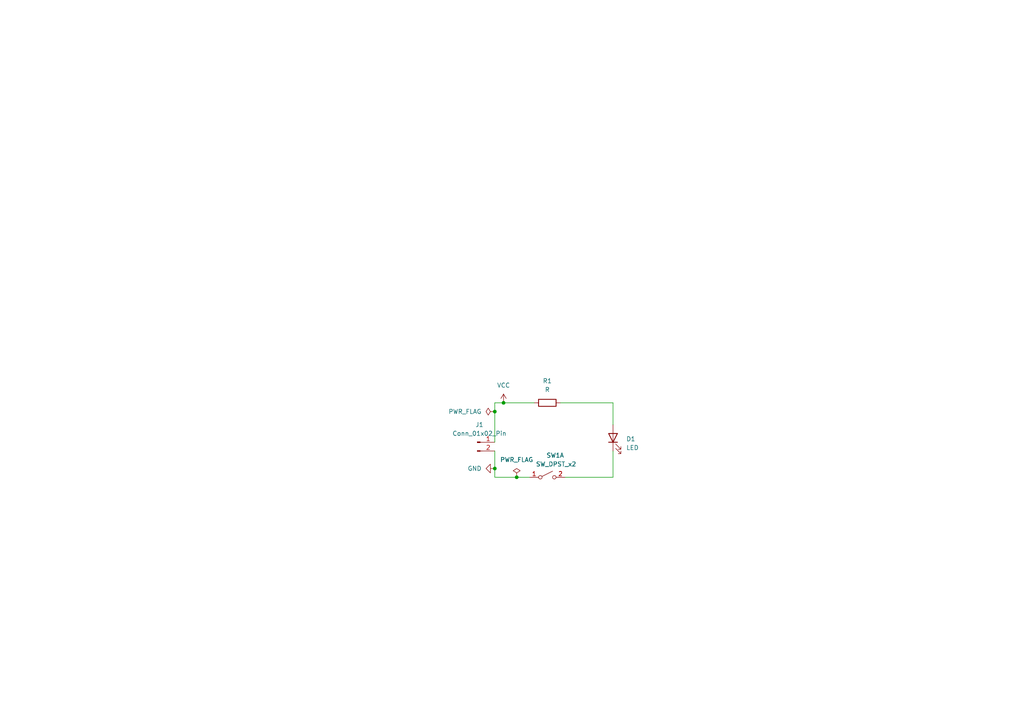
<source format=kicad_sch>
(kicad_sch (version 20231120) (generator "eeschema") (generator_version "8.0")
  (paper "A4")
  (lib_symbols
    (symbol "Connector:Conn_01x02_Pin" (pin_names (offset 1.016) hide)
      (property "Reference" "J" (at 0 2.54 0))
      (property "Value" "Conn_01x02_Pin" (at 0 -5.08 0))
      (symbol "Conn_01x02_Pin_1_1"
        (polyline (pts (xy 1.27 -2.54) (xy 0.8636 -2.54)) (stroke (width 0.1524)))
        (polyline (pts (xy 1.27 0) (xy 0.8636 0)) (stroke (width 0.1524)))
        (rectangle (start 0.8636 -2.413) (end 0 -2.667) (stroke (width 0.1524)) (fill (type outline)))
        (rectangle (start 0.8636 0.127) (end 0 -0.127) (stroke (width 0.1524)) (fill (type outline)))
        (pin passive line (at 5.08 0 180) (length 3.81) (name "Pin_1") (number "1"))
        (pin passive line (at 5.08 -2.54 180) (length 3.81) (name "Pin_2") (number "2"))
      )
    )
    (symbol "Device:LED" (pin_numbers hide) (pin_names (offset 1.016) hide)
      (property "Reference" "D" (at 0 2.54 0))
      (property "Value" "LED" (at 0 -2.54 0))
      (symbol "LED_0_1"
        (polyline (pts (xy -1.27 -1.27) (xy -1.27 1.27)) (stroke (width 0.254)))
        (polyline (pts (xy -1.27 0) (xy 1.27 0)))
        (polyline (pts (xy 1.27 -1.27) (xy 1.27 1.27) (xy -1.27 0) (xy 1.27 -1.27)) (stroke (width 0.254)))
        (polyline (pts (xy -3.048 -0.762) (xy -4.572 -2.286) (xy -3.81 -2.286) (xy -4.572 -2.286) (xy -4.572 -1.524)))
        (polyline (pts (xy -1.778 -0.762) (xy -3.302 -2.286) (xy -2.54 -2.286) (xy -3.302 -2.286) (xy -3.302 -1.524)))
      )
      (symbol "LED_1_1"
        (pin passive line (at -3.81 0 0) (length 2.54) (name "K") (number "1"))
        (pin passive line (at 3.81 0 180) (length 2.54) (name "A") (number "2"))
      )
    )
    (symbol "Device:R" (pin_numbers hide) (pin_names (offset 0))
      (property "Reference" "R" (at 2.032 0 90))
      (property "Value" "R" (at 0 0 90))
      (symbol "R_0_1"
        (rectangle (start -1.016 -2.54) (end 1.016 2.54) (stroke (width 0.254)))
      )
      (symbol "R_1_1"
        (pin passive line (at 0 3.81 270) (length 1.27) (name "~") (number "1"))
        (pin passive line (at 0 -3.81 90) (length 1.27) (name "~") (number "2"))
      )
    )
    (symbol "Switch:SW_DPST_x2" (pin_names (offset 0) hide)
      (property "Reference" "SW" (at 0 3.175 0))
      (property "Value" "SW_DPST_x2" (at 0 -2.54 0))
      (symbol "SW_DPST_x2_0_0"
        (circle (center -2.032 0) (radius 0.508))
        (polyline (pts (xy -1.524 0.254) (xy 1.524 1.778)))
        (circle (center 2.032 0) (radius 0.508))
      )
      (symbol "SW_DPST_x2_1_1"
        (pin passive line (at -5.08 0 0) (length 2.54) (name "A") (number "1"))
        (pin passive line (at 5.08 0 180) (length 2.54) (name "B") (number "2"))
      )
      (symbol "SW_DPST_x2_2_1"
        (pin passive line (at -5.08 0 0) (length 2.54) (name "A") (number "3"))
        (pin passive line (at 5.08 0 180) (length 2.54) (name "B") (number "4"))
      )
    )
    (symbol "power:GND" (power) (pin_numbers hide) (pin_names (offset 0) hide)
      (property "Value" "GND" (at 0 -3.81 0))
      (symbol "GND_0_1"
        (polyline (pts (xy 0 0) (xy 0 -1.27) (xy 1.27 -1.27) (xy 0 -2.54) (xy -1.27 -1.27) (xy 0 -1.27)))
      )
      (symbol "GND_1_1"
        (pin power_in line (at 0 0 270) (length 0) (name "~") (number "1"))
      )
    )
    (symbol "power:PWR_FLAG" (power) (pin_numbers hide) (pin_names (offset 0) hide)
      (property "Value" "PWR_FLAG" (at 0 3.81 0))
      (symbol "PWR_FLAG_0_0"
        (pin power_out line (at 0 0 90) (length 0) (name "~") (number "1"))
      )
      (symbol "PWR_FLAG_0_1"
        (polyline (pts (xy 0 0) (xy 0 1.27) (xy -1.016 1.905) (xy 0 2.54) (xy 1.016 1.905) (xy 0 1.27)))
      )
    )
    (symbol "power:VCC" (power) (pin_numbers hide) (pin_names (offset 0) hide)
      (property "Value" "VCC" (at 0 3.556 0))
      (symbol "VCC_0_1"
        (polyline (pts (xy -0.762 1.27) (xy 0 2.54)))
        (polyline (pts (xy 0 0) (xy 0 2.54)))
        (polyline (pts (xy 0 2.54) (xy 0.762 1.27)))
      )
      (symbol "VCC_1_1"
        (pin power_in line (at 0 0 90) (length 0) (name "~") (number "1"))
      )
    )
  )
  (junction (at 143.51 119.38))
  (junction (at 143.51 135.89))
  (junction (at 146.05 116.84))
  (junction (at 149.86 138.43))
  (wire (pts (xy 143.51 138.43) (xy 143.51 135.89)))
  (wire (pts (xy 143.51 135.89) (xy 143.51 130.81)))
  (wire (pts (xy 177.8 130.81) (xy 177.8 138.43)))
  (wire (pts (xy 143.51 119.38) (xy 143.51 116.84)))
  (wire (pts (xy 143.51 116.84) (xy 146.05 116.84)))
  (wire (pts (xy 149.86 138.43) (xy 153.67 138.43)))
  (wire (pts (xy 146.05 116.84) (xy 154.94 116.84)))
  (wire (pts (xy 162.56 116.84) (xy 177.8 116.84)))
  (wire (pts (xy 163.83 138.43) (xy 177.8 138.43)))
  (wire (pts (xy 177.8 116.84) (xy 177.8 123.19)))
  (wire (pts (xy 143.51 128.27) (xy 143.51 119.38)))
  (wire (pts (xy 149.86 138.43) (xy 143.51 138.43)))
  (symbol (lib_id "power:GND") (at 143.51 135.89 270) (unit 1)
    (property "Reference" "#PWR02" (effects (hide yes)))
    (property "Value" "GND" (at 139.7 135.8899 90) (effects (justify right)))
    (property "Description" "Power symbol creates a global label with name \"GND\" , ground" (effects (hide yes)))
  )
  (symbol (lib_id "power:VCC") (at 146.05 116.84 0) (unit 1)
    (property "Reference" "#PWR01" (effects (hide yes)))
    (property "Value" "VCC" (at 146.05 111.76 0))
    (property "Description" "Power symbol creates a global label with name \"VCC\"" (effects (hide yes)))
  )
  (symbol (lib_id "Connector:Conn_01x02_Pin") (at 138.43 128.27 0) (unit 1)
    (property "Reference" "J1" (at 139.065 123.19 0))
    (property "Value" "Conn_01x02_Pin" (at 139.065 125.73 0))
    (property "Footprint" "Connector_PinHeader_2.54mm:PinHeader_1x02_P2.54mm_Vertical" (effects (hide yes)))
    (property "Description" "Generic connector, single row, 01x02, script generated" (effects (hide yes)))
  )
  (symbol (lib_id "power:PWR_FLAG") (at 149.86 138.43 0) (unit 1)
    (property "Reference" "#FLG02" (effects (hide yes)))
    (property "Value" "PWR_FLAG" (at 149.86 133.35 0))
    (property "Description" "Special symbol for telling ERC where power comes from" (effects (hide yes)))
  )
  (symbol (lib_id "Device:LED") (at 177.8 127 90) (unit 1)
    (property "Reference" "D1" (at 181.61 127.3174 90) (effects (justify right)))
    (property "Value" "LED" (at 181.61 129.8574 90) (effects (justify right)))
    (property "Footprint" "LED_THT:LED_D5.0mm" (effects (hide yes)))
    (property "Description" "Light emitting diode" (effects (hide yes)))
  )
  (symbol (lib_id "Switch:SW_DPST_x2") (at 158.75 138.43 0) (unit 1)
    (property "Reference" "SW1" (at 161.036 132.08 0))
    (property "Value" "SW_DPST_x2" (at 161.29 134.62 0))
    (property "Footprint" "Connector_PinHeader_2.54mm:PinHeader_1x03_P2.54mm_Vertical" (effects (hide yes)))
    (property "Description" "Single Pole Single Throw (SPST) switch, separate symbol" (effects (hide yes)))
  )
  (symbol (lib_id "Device:R") (at 158.75 116.84 90) (unit 1)
    (property "Reference" "R1" (at 158.75 110.49 90))
    (property "Value" "R" (at 158.75 113.03 90))
    (property "Footprint" "Resistor_THT:R_Axial_DIN0207_L6.3mm_D2.5mm_P7.62mm_Horizontal" (effects (hide yes)))
    (property "Description" "Resistor" (effects (hide yes)))
  )
  (symbol (lib_id "power:PWR_FLAG") (at 143.51 119.38 90) (unit 1)
    (property "Reference" "#FLG01" (effects (hide yes)))
    (property "Value" "PWR_FLAG" (at 139.7 119.3799 90) (effects (justify left)))
    (property "Description" "Special symbol for telling ERC where power comes from" (effects (hide yes)))
  )
)
</source>
